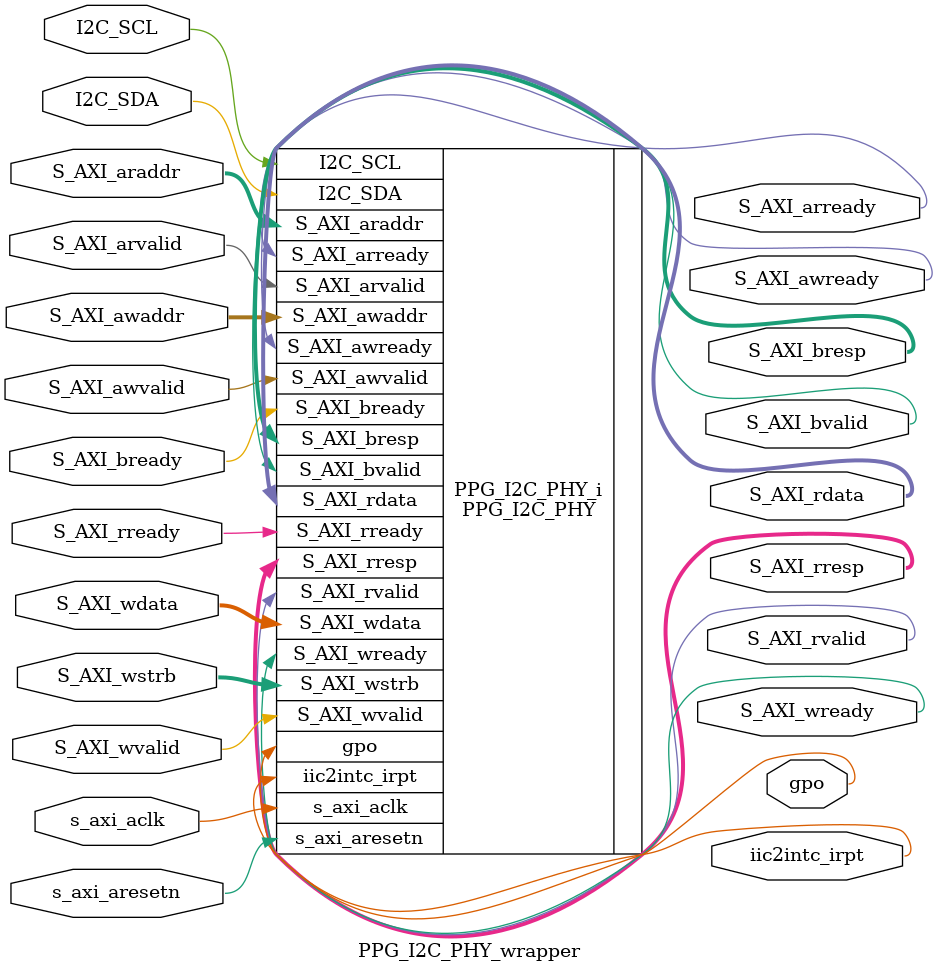
<source format=v>
`timescale 1 ps / 1 ps

module PPG_I2C_PHY_wrapper
   (I2C_SCL,
    I2C_SDA,
    S_AXI_araddr,
    S_AXI_arready,
    S_AXI_arvalid,
    S_AXI_awaddr,
    S_AXI_awready,
    S_AXI_awvalid,
    S_AXI_bready,
    S_AXI_bresp,
    S_AXI_bvalid,
    S_AXI_rdata,
    S_AXI_rready,
    S_AXI_rresp,
    S_AXI_rvalid,
    S_AXI_wdata,
    S_AXI_wready,
    S_AXI_wstrb,
    S_AXI_wvalid,
    gpo,
    iic2intc_irpt,
    s_axi_aclk,
    s_axi_aresetn);
  inout [0:0]I2C_SCL;
  inout [0:0]I2C_SDA;
  input [8:0]S_AXI_araddr;
  output S_AXI_arready;
  input S_AXI_arvalid;
  input [8:0]S_AXI_awaddr;
  output S_AXI_awready;
  input S_AXI_awvalid;
  input S_AXI_bready;
  output [1:0]S_AXI_bresp;
  output S_AXI_bvalid;
  output [31:0]S_AXI_rdata;
  input S_AXI_rready;
  output [1:0]S_AXI_rresp;
  output S_AXI_rvalid;
  input [31:0]S_AXI_wdata;
  output S_AXI_wready;
  input [3:0]S_AXI_wstrb;
  input S_AXI_wvalid;
  output [0:0]gpo;
  output iic2intc_irpt;
  input s_axi_aclk;
  input s_axi_aresetn;

  wire [0:0]I2C_SCL;
  wire [0:0]I2C_SDA;
  wire [8:0]S_AXI_araddr;
  wire S_AXI_arready;
  wire S_AXI_arvalid;
  wire [8:0]S_AXI_awaddr;
  wire S_AXI_awready;
  wire S_AXI_awvalid;
  wire S_AXI_bready;
  wire [1:0]S_AXI_bresp;
  wire S_AXI_bvalid;
  wire [31:0]S_AXI_rdata;
  wire S_AXI_rready;
  wire [1:0]S_AXI_rresp;
  wire S_AXI_rvalid;
  wire [31:0]S_AXI_wdata;
  wire S_AXI_wready;
  wire [3:0]S_AXI_wstrb;
  wire S_AXI_wvalid;
  wire [0:0]gpo;
  wire iic2intc_irpt;
  wire s_axi_aclk;
  wire s_axi_aresetn;

  PPG_I2C_PHY PPG_I2C_PHY_i
       (.I2C_SCL(I2C_SCL),
        .I2C_SDA(I2C_SDA),
        .S_AXI_araddr(S_AXI_araddr),
        .S_AXI_arready(S_AXI_arready),
        .S_AXI_arvalid(S_AXI_arvalid),
        .S_AXI_awaddr(S_AXI_awaddr),
        .S_AXI_awready(S_AXI_awready),
        .S_AXI_awvalid(S_AXI_awvalid),
        .S_AXI_bready(S_AXI_bready),
        .S_AXI_bresp(S_AXI_bresp),
        .S_AXI_bvalid(S_AXI_bvalid),
        .S_AXI_rdata(S_AXI_rdata),
        .S_AXI_rready(S_AXI_rready),
        .S_AXI_rresp(S_AXI_rresp),
        .S_AXI_rvalid(S_AXI_rvalid),
        .S_AXI_wdata(S_AXI_wdata),
        .S_AXI_wready(S_AXI_wready),
        .S_AXI_wstrb(S_AXI_wstrb),
        .S_AXI_wvalid(S_AXI_wvalid),
        .gpo(gpo),
        .iic2intc_irpt(iic2intc_irpt),
        .s_axi_aclk(s_axi_aclk),
        .s_axi_aresetn(s_axi_aresetn));
endmodule

</source>
